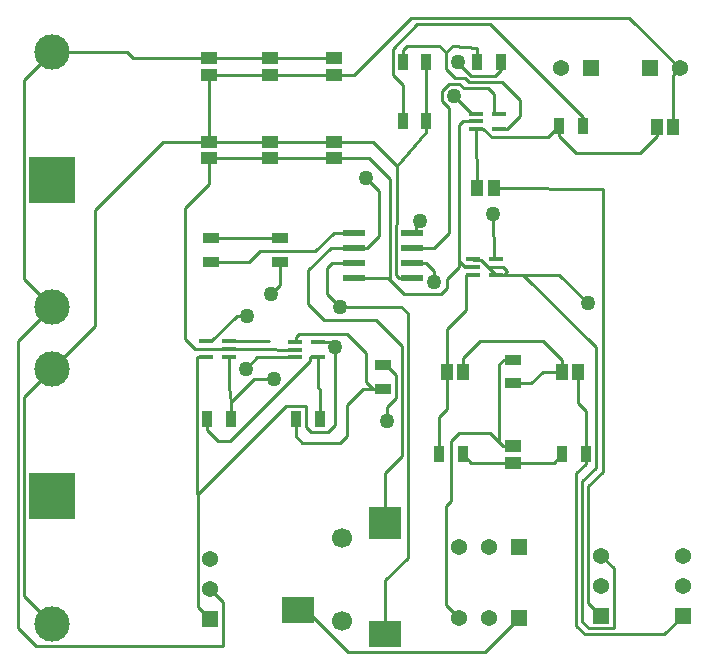
<source format=gbr>
%TF.GenerationSoftware,Altium Limited,DefaultClient, ()*%
G04 Layer_Physical_Order=1*
G04 Layer_Color=255*
%FSLAX26Y26*%
%MOIN*%
%TF.SameCoordinates,28E0FE5E-BC46-41F2-A807-9729679EB8C0*%
%TF.FilePolarity,Positive*%
%TF.FileFunction,Copper,L1,Top,Signal*%
%TF.Part,Single*%
G01*
G75*
%TA.AperFunction,ConnectorPad*%
%ADD10R,0.110236X0.086614*%
%TA.AperFunction,SMDPad,CuDef*%
%ADD11R,0.110236X0.110236*%
G04:AMPARAMS|DCode=12|XSize=46.85mil|YSize=15.748mil|CornerRadius=1.968mil|HoleSize=0mil|Usage=FLASHONLY|Rotation=180.000|XOffset=0mil|YOffset=0mil|HoleType=Round|Shape=RoundedRectangle|*
%AMROUNDEDRECTD12*
21,1,0.046850,0.011811,0,0,180.0*
21,1,0.042913,0.015748,0,0,180.0*
1,1,0.003937,-0.021457,0.005906*
1,1,0.003937,0.021457,0.005906*
1,1,0.003937,0.021457,-0.005906*
1,1,0.003937,-0.021457,-0.005906*
%
%ADD12ROUNDEDRECTD12*%
%ADD13R,0.036221X0.055906*%
%ADD14R,0.043307X0.053150*%
%ADD15R,0.155905X0.155905*%
%ADD16R,0.055906X0.036221*%
%ADD17R,0.053150X0.043307*%
%ADD18R,0.078000X0.022000*%
%TA.AperFunction,Conductor*%
%ADD19C,0.010000*%
%TA.AperFunction,ComponentPad*%
%ADD20C,0.066929*%
%TA.AperFunction,ViaPad*%
%ADD21C,0.060000*%
%TA.AperFunction,ComponentPad*%
%ADD22R,0.053937X0.053937*%
%ADD23C,0.053937*%
%ADD24C,0.118110*%
%ADD25R,0.053937X0.053937*%
%TA.AperFunction,ViaPad*%
%ADD26C,0.050000*%
D10*
X4584330Y2140434D02*
D03*
X4875670Y2061692D02*
D03*
D11*
Y2431772D02*
D03*
D12*
X4279066Y2986296D02*
D03*
Y3037478D02*
D03*
X4354656D02*
D03*
Y3011888D02*
D03*
Y2986296D02*
D03*
X5242796Y3310590D02*
D03*
Y3259410D02*
D03*
X5167204D02*
D03*
Y3285000D02*
D03*
Y3310590D02*
D03*
X5254310Y3795964D02*
D03*
Y3744784D02*
D03*
X5178720D02*
D03*
Y3770374D02*
D03*
Y3795964D02*
D03*
X4650616Y3034984D02*
D03*
Y2983802D02*
D03*
X4575026D02*
D03*
Y3009392D02*
D03*
Y3034984D02*
D03*
D13*
X5181082Y3969448D02*
D03*
X5259822D02*
D03*
X5133274Y2661114D02*
D03*
X5054534D02*
D03*
X5543564D02*
D03*
X5464824D02*
D03*
X5012428Y3969450D02*
D03*
X4933688D02*
D03*
X5012428Y3770374D02*
D03*
X4933688D02*
D03*
X5533716Y3755808D02*
D03*
X5454976D02*
D03*
X4656128Y2777536D02*
D03*
X4577388D02*
D03*
X4361084D02*
D03*
X4282344D02*
D03*
D14*
X5237400Y3548374D02*
D03*
X5182282D02*
D03*
X5517580Y2935714D02*
D03*
X5462462D02*
D03*
X5135636D02*
D03*
X5080518D02*
D03*
X5834726Y3751476D02*
D03*
X5779608D02*
D03*
D15*
X3763480Y3576524D02*
D03*
X3765000Y2520000D02*
D03*
D16*
X5300960Y2976156D02*
D03*
Y2897416D02*
D03*
X4294796Y3380032D02*
D03*
Y3301292D02*
D03*
X4524796Y3380032D02*
D03*
Y3301292D02*
D03*
X4867390Y2878452D02*
D03*
Y2957192D02*
D03*
D17*
X5300960Y2687886D02*
D03*
Y2632768D02*
D03*
X4489376Y3701730D02*
D03*
Y3646610D02*
D03*
X4703166Y3701728D02*
D03*
Y3646610D02*
D03*
Y3981654D02*
D03*
Y3926536D02*
D03*
X4489376Y3981654D02*
D03*
Y3926536D02*
D03*
X4287854Y3981654D02*
D03*
Y3926536D02*
D03*
Y3701730D02*
D03*
Y3646612D02*
D03*
D18*
X4770390Y3399836D02*
D03*
Y3349836D02*
D03*
Y3299836D02*
D03*
Y3249836D02*
D03*
X4964390D02*
D03*
Y3299836D02*
D03*
Y3349836D02*
D03*
Y3399836D02*
D03*
D19*
X5087000Y3397836D02*
Y3816432D01*
X5136569Y3880000D02*
X5219000D01*
X5139970Y3915000D02*
X5153970Y3901000D01*
X5265000D01*
X5162254Y3921000D02*
X5240822D01*
X5065000Y3838432D02*
Y3871568D01*
X5105000Y3854133D02*
Y3855000D01*
X5163169Y3795964D02*
X5178720D01*
X5077000Y3944000D02*
X5106000Y3915000D01*
X5121569Y3895000D02*
X5136569Y3880000D01*
X5105000Y3854133D02*
X5163169Y3795964D01*
X5117000Y3966254D02*
Y3969000D01*
X5088431Y3895000D02*
X5121569D01*
X5065000Y3871568D02*
X5088431Y3895000D01*
X5065000Y3838432D02*
X5087000Y3816432D01*
X5117000Y3966254D02*
X5162254Y3921000D01*
X5106000Y3915000D02*
X5139970D01*
X4880000Y2770000D02*
Y2819000D01*
X4910344Y2849344D01*
X4930344Y2654344D02*
Y3020656D01*
X4875670Y2431772D02*
Y2599670D01*
X4930344Y2654344D01*
X4598776Y2698612D02*
X4725612D01*
X4577388Y2720000D02*
X4598776Y2698612D01*
X4725612D02*
X4747000Y2720000D01*
X4577388D02*
Y2777536D01*
X4495000Y3195000D02*
X4524796Y3224796D01*
Y3301292D01*
X5335410Y3259410D02*
X5455590D01*
X5550000Y3165000D01*
X5225000Y2730000D02*
X5255000Y2700000D01*
X5144000Y3142000D02*
Y3259410D01*
X4979000Y3399836D02*
Y3426000D01*
X4625000Y2971000D02*
Y2983802D01*
X4800000Y2878452D02*
X4833096D01*
X4576000Y3034984D02*
Y3050000D01*
X5204370Y3297656D02*
X5217026Y3285000D01*
X5268288Y3259410D02*
X5271410D01*
X5335410D01*
X5242796D02*
X5268288D01*
X5242616D02*
X5242796D01*
X5217026Y3285000D02*
X5242616Y3259410D01*
X4875000Y2061692D02*
Y2240878D01*
X5239000Y3795964D02*
Y3860000D01*
X5120000Y3285000D02*
Y3305000D01*
X4890000Y3241000D02*
X4937356Y3193644D01*
X4881164Y3249836D02*
X4890000Y3241000D01*
X5552000Y2165834D02*
X5594788Y2123046D01*
X5552000Y2165834D02*
Y2553484D01*
X5601000Y2602484D01*
Y3543464D01*
X5237400Y3548374D02*
X5601000Y3543464D01*
X4410000Y2945196D02*
X4448606Y2983802D01*
X4575026D01*
X5078000Y2157000D02*
X5120000Y2115000D01*
X5078000Y2157000D02*
Y2489000D01*
X5094000Y2505000D01*
Y2704000D01*
X5120000Y2730000D01*
X5225000D01*
X5267114Y2687886D02*
X5300960D01*
X4910000Y3259836D02*
X4920000Y3249836D01*
X4910000Y3259836D02*
Y3426000D01*
X4913000Y3429000D01*
Y3622000D01*
X5012428Y3734156D01*
Y3770374D01*
X4703166Y3701728D02*
X4833272D01*
X4913000Y3622000D01*
X4920000Y3249836D02*
X4964390D01*
X4810000Y3580000D02*
X4853000Y3537000D01*
Y3388000D02*
Y3537000D01*
X4814836Y3349836D02*
X4853000Y3388000D01*
X4770390Y3349836D02*
X4814836D01*
X5178720Y3744784D02*
X5202000D01*
X5229784Y3717000D01*
X5416168D01*
X5454976Y3755808D01*
X5300960Y2632768D02*
X5436478D01*
X5464824Y2661114D01*
X4910344Y2849344D02*
Y2923848D01*
X4877000Y2957192D02*
X4910344Y2923848D01*
X4867390Y2957192D02*
X4877000D01*
X4354656Y2884428D02*
Y2986296D01*
Y2884428D02*
X4361084Y2835000D01*
X4279066Y3037478D02*
X4294618D01*
X4361084Y2777536D02*
Y2835000D01*
X4438084Y2912000D01*
X4504000D01*
X4379486Y3122346D02*
X4415000D01*
X4294618Y3037478D02*
X4379486Y3122346D01*
X4747000Y2720000D02*
Y2825452D01*
X4800000Y2878452D01*
X4575026Y3034984D02*
X4576000D01*
Y3050000D02*
X4588000Y3062000D01*
X4748000D01*
X4811548Y2998452D01*
Y2900000D02*
Y2998452D01*
Y2900000D02*
X4833096Y2878452D01*
X4867390D01*
X5181082Y3969448D02*
Y4013918D01*
X5099352Y4022352D02*
X5181082Y4013918D01*
X5077000Y4000000D02*
X5099352Y4022352D01*
X5323000Y3787784D02*
Y3843000D01*
X5280000Y3744784D02*
X5323000Y3787784D01*
X5254310Y3744784D02*
X5280000D01*
X4933688Y3770374D02*
Y3892312D01*
X4900000Y3926000D02*
X4933688Y3892312D01*
X4900000Y3926000D02*
Y4013000D01*
X4982000Y4095000D01*
X5225000D01*
X5533716Y3786284D01*
Y3755808D02*
Y3786284D01*
X5594788Y2323046D02*
X5636758Y2281076D01*
Y2081076D02*
Y2281076D01*
X5552818Y2081076D02*
X5636758D01*
X5532000Y2101894D02*
X5552818Y2081076D01*
X5532000Y2101894D02*
Y2571000D01*
X5577000Y2616000D01*
Y3017820D01*
X5335410Y3259410D02*
X5577000Y3017820D01*
X5167204Y3310590D02*
X5169920Y3307874D01*
X5204370Y3297656D02*
Y3299192D01*
X5169920Y3307874D02*
X5195690D01*
X5271410Y3259410D02*
X5281222Y3269222D01*
Y3272344D01*
X5268566Y3285000D02*
X5281222Y3272344D01*
X5217026Y3285000D02*
X5268566D01*
X5195690Y3307874D02*
X5204370Y3299192D01*
X4294796Y3380032D02*
X4524796D01*
X4697836Y3299836D02*
X4770390D01*
X4680000Y3282000D02*
X4697836Y3299836D01*
X4680000Y3196000D02*
Y3282000D01*
Y3196000D02*
X4723000Y3153000D01*
X4584330Y2140434D02*
X4612000D01*
X4749434Y2003000D01*
X5208000D01*
X5320000Y2115000D01*
X4650616Y3034984D02*
X4691016D01*
X4707000Y3019000D01*
X5039000Y3349836D02*
X5087000Y3397836D01*
X5219000Y3880000D02*
X5239000Y3860000D01*
Y3795964D02*
X5254310D01*
X4250000Y2152186D02*
X4292186Y2110000D01*
X4250000Y2152186D02*
Y2527000D01*
X4544000Y2821000D02*
X4612000D01*
X4683000Y2734000D02*
X4707000Y2758000D01*
X4249000Y2986296D02*
X4279066D01*
X4249000Y2528000D02*
Y2986296D01*
Y2528000D02*
X4250000Y2527000D01*
X4544000Y2821000D01*
X4612000Y2750000D02*
Y2821000D01*
Y2750000D02*
X4628000Y2734000D01*
X4683000D01*
X4707000Y2758000D02*
Y3019000D01*
X5237874Y3310590D02*
X5242796D01*
X5235000Y3460000D02*
X5237874Y3310590D01*
X4964390Y3349836D02*
X5039000D01*
X4354656Y3011888D02*
X4452062D01*
X4575026Y3009392D01*
X4703166Y3646610D02*
X4820104D01*
X4890000Y3576714D01*
Y3241000D02*
Y3576714D01*
X4937356Y3193644D02*
X5060000D01*
X5080766Y3214410D01*
Y3245766D01*
X5120000Y3285000D01*
X4770390Y3249836D02*
X4881164D01*
X5120000Y3757374D02*
X5133000Y3770374D01*
X5140000Y3285000D02*
X5167204D01*
X5120000Y3305000D02*
X5140000Y3285000D01*
X5120000Y3305000D02*
Y3757374D01*
X5133000Y3770374D02*
X5178720D01*
X3672000Y2187804D02*
X3765000Y2094804D01*
X3672000Y2187804D02*
Y2852196D01*
X3765000Y2945196D01*
X3908000Y3088196D01*
Y3474000D01*
X4135730Y3701730D01*
X4287854D01*
X4489376D01*
X4287854D02*
Y3926536D01*
X4489376D01*
Y3701730D02*
X4596002Y3701728D01*
X4703166D01*
X4489376Y3926536D02*
X4703166D01*
X4770536D01*
X4960000Y4116000D01*
X5688570D01*
X5857168Y3947402D01*
X5012428Y3770374D02*
Y3969450D01*
X5270000Y2976156D02*
X5300960D01*
X5255000Y2961156D02*
X5270000Y2976156D01*
X5255000Y2700000D02*
Y2961156D01*
Y2700000D02*
X5267114Y2687886D01*
X5834726Y3924960D02*
X5857168Y3947402D01*
X5834726Y3751476D02*
Y3924960D01*
X4692836Y3349836D02*
X4770390D01*
X4617000Y3274000D02*
X4692836Y3349836D01*
X4617000Y3160000D02*
Y3274000D01*
Y3160000D02*
X4670000Y3107000D01*
X4844000D01*
X4930344Y3020656D01*
X3652000Y3039846D02*
X3763480Y3151326D01*
X3652000Y2080000D02*
Y3039846D01*
Y2080000D02*
X3712000Y2020000D01*
X4333000D01*
X4335000Y2022000D01*
Y2167186D01*
X4292186Y2210000D02*
X4335000Y2167186D01*
X3670000Y3244806D02*
X3763480Y3151326D01*
X3670000Y3244806D02*
Y3908240D01*
X3763480Y4001720D01*
X4015000D01*
X4035066Y3981654D01*
X4287854D01*
X4489376D01*
X4703166D01*
X5178720Y3647562D02*
Y3744784D01*
Y3647562D02*
X5182282Y3644000D01*
Y3548374D02*
Y3644000D01*
X5454976Y3720000D02*
Y3755808D01*
Y3720000D02*
X5509976Y3665000D01*
X5724608D01*
X5779608Y3720000D01*
Y3751476D01*
X5054534Y2661114D02*
Y2785000D01*
X5080518Y2810984D01*
Y2935714D01*
Y3078518D01*
X5144000Y3142000D01*
Y3259410D02*
X5167204D01*
X5135636Y2935714D02*
Y2982000D01*
X5191636Y3038000D01*
X5400000D01*
X5462462Y2975538D01*
Y2935714D02*
Y2975538D01*
X5400298Y2935714D02*
X5462462D01*
X5362000Y2897416D02*
X5400298Y2935714D01*
X5300960Y2897416D02*
X5362000D01*
X5161620Y2632768D02*
X5300960D01*
X5133274Y2661114D02*
X5161620Y2632768D01*
X4294796Y3301292D02*
X4422292D01*
X4459000Y3338000D01*
X4642000D01*
X4703836Y3399836D01*
X4770390D01*
X4964390Y3299836D02*
X5010000D01*
X5039000Y3270836D01*
Y3234000D02*
Y3270836D01*
X4979000Y3426000D02*
X4992000Y3439000D01*
X4964390Y3399836D02*
X4979000D01*
X4354656Y3037478D02*
X4486522D01*
X5259822Y3940000D02*
Y3969448D01*
X5240822Y3921000D02*
X5259822Y3940000D01*
X4282344Y2740000D02*
Y2777536D01*
Y2740000D02*
X4318688Y2703656D01*
X4357656D01*
X4625000Y2971000D01*
Y2983802D02*
X4650616D01*
Y2882512D02*
Y2983802D01*
Y2882512D02*
X4656128Y2877000D01*
Y2777536D02*
Y2877000D01*
X4933688Y3969450D02*
Y4008688D01*
X4947352Y4022352D01*
X5054648D01*
X5077000Y4000000D01*
Y3944000D02*
Y4000000D01*
X5265000Y3901000D02*
X5323000Y3843000D01*
X5543564Y2629564D02*
Y2661114D01*
X5512000Y2598000D02*
X5543564Y2629564D01*
X5512000Y2089076D02*
Y2598000D01*
Y2089076D02*
X5540000Y2061076D01*
X5805308D01*
X5867278Y2123046D01*
X5543564Y2661114D02*
Y2805076D01*
X5517580Y2831060D02*
X5543564Y2805076D01*
X5517580Y2831060D02*
Y2935714D01*
X4875000Y2061692D02*
X4875670D01*
X4875000Y2240878D02*
X4950344Y2316222D01*
Y3131656D01*
X4929000Y3153000D02*
X4950344Y3131656D01*
X4723000Y3153000D02*
X4929000D01*
X4241000Y3011888D02*
X4354656D01*
X4209000Y3043888D02*
X4241000Y3011888D01*
X4209000Y3043888D02*
Y3483146D01*
X4287854Y3562000D01*
Y3646612D01*
X4388002Y3646610D01*
X4489376D01*
X4703166D01*
D20*
X4730000Y2105000D02*
D03*
Y2380590D02*
D03*
D21*
Y2105000D02*
D03*
Y2380590D02*
D03*
D22*
X4292186Y2110000D02*
D03*
X5594788Y2123046D02*
D03*
X5867278D02*
D03*
D23*
X4292186Y2210000D02*
D03*
Y2310000D02*
D03*
X5220000Y2350000D02*
D03*
X5120000D02*
D03*
X5594788Y2223046D02*
D03*
Y2323046D02*
D03*
X5867278Y2223046D02*
D03*
Y2323046D02*
D03*
X5220000Y2115000D02*
D03*
X5120000D02*
D03*
X5459692Y3947402D02*
D03*
X5857168D02*
D03*
D24*
X3763480Y3151326D02*
D03*
Y4001720D02*
D03*
X3765000Y2094804D02*
D03*
Y2945196D02*
D03*
D25*
X5320000Y2350000D02*
D03*
Y2115000D02*
D03*
X5559692Y3947402D02*
D03*
X5757168D02*
D03*
D26*
X5105000Y3855000D02*
D03*
X4880000Y2770000D02*
D03*
X4495000Y3195000D02*
D03*
X5550000Y3165000D02*
D03*
X4410000Y2945196D02*
D03*
X4810000Y3580000D02*
D03*
X4504000Y2912000D02*
D03*
X4415000Y3122346D02*
D03*
X4723000Y3153000D02*
D03*
X4707000Y3019000D02*
D03*
X5235000Y3460000D02*
D03*
X5039000Y3234000D02*
D03*
X4992000Y3439000D02*
D03*
X5117000Y3969000D02*
D03*
%TF.MD5,b93c2d74d09fb69c23aeae7beff24d5d*%
M02*

</source>
